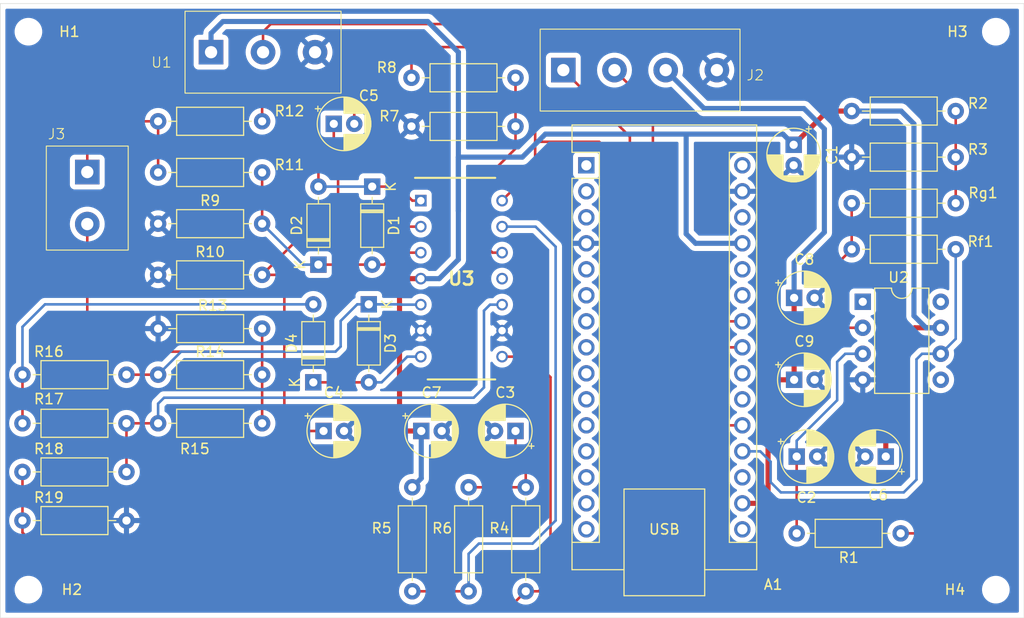
<source format=kicad_pcb>
(kicad_pcb (version 20240108) (generator "pcbnew") (generator_version "8.0")
  (layers (0 "F.Cu" signal) (31 "B.Cu" signal) (34 "B.Paste" user) (35 "F.Paste" user) (36 "B.SilkS" user "B.Silkscreen") (37 "F.SilkS" user "F.Silkscreen") (38 "B.Mask" user) (39 "F.Mask" user) (44 "Edge.Cuts" user))
  (net 0 "")
  (net 1 "/Temp")
  (net 5 "Net-(A1-A5)")
  (net 7 "GND")
  (net 12 "/Humidity")
  (net 16 "+3.3V")
  (net 25 "+5V")
  (net 28 "Net-(A1-A4)")
  (net 29 "/Temperature sensor filter and amplifier/Temp_In")
  (net 33 "Net-(D1-A)")
  (net 34 "Net-(D1-K)")
  (net 35 "/Humidity Amplifier/Humidity_In")
  (net 36 "Net-(D3-K)")
  (net 37 "Net-(D3-A)")
  (net 38 "-5V")
  (net 39 "Net-(J3-Pin_2)")
  (net 40 "Net-(R2-Pad2)")
  (net 41 "Net-(D4-A)")
  (net 42 "Net-(C3-Pad1)")
  (net 43 "Net-(C5-Pad2)")
  (net 45 "Net-(U2-+)")
  (net 46 "Net-(U3A--)")
  (net 47 "Net-(U3D--)")
  (net 48 "Net-(U3D-+)")
  (net 49 "Net-(U3C-+)")
  (net 50 "Net-(U2--)")
  (footprint "Capacitor_THT:CP_Radial_D5.0mm_P2.00mm" (layer "F.Cu") (at 152.544888 116)
    (property "Reference" "C9" (at 1 -3.75 0) (layer "F.SilkS"))
    (property "Value" "100n")
    (pad "1" thru_hole rect (at 0 0) (size 1.6 1.6) (drill 0.8) (layers "*.Cu" "*.Mask") (net 16 "+3.3V"))
    (pad "2" thru_hole circle (at 2 0) (size 1.6 1.6) (drill 0.8) (layers "*.Cu" "*.Mask") (net 7 "GND"))
  )
  (footprint "Capacitor_THT:CP_Radial_D5.0mm_P2.00mm" (layer "F.Cu") (at 161.5 123.5 180)
    (property "Reference" "C6" (at 0.75 -3.75 0) (layer "F.SilkS"))
    (property "Value" "100n")
    (pad "1" thru_hole rect (at 0 0 180) (size 1.6 1.6) (drill 0.8) (layers "*.Cu" "*.Mask") (net 25 "+5V"))
    (pad "2" thru_hole circle (at 2 0 180) (size 1.6 1.6) (drill 0.8) (layers "*.Cu" "*.Mask") (net 7 "GND"))
  )
  (footprint "Resistor_THT:R_Axial_DIN0207_L6.3mm_D2.5mm_P10.16mm_Horizontal" (layer "F.Cu") (at 100.58 95.75 180)
    (property "Reference" "R11" (at -2.67 0.75 0) (layer "F.SilkS"))
    (property "Value" "240")
    (pad "1" thru_hole circle (at 0 0 180) (size 1.6 1.6) (drill 0.8) (layers "*.Cu" "*.Mask") (net 33 "Net-(D1-A)"))
    (pad "2" thru_hole oval (at 10.16 0 180) (size 1.6 1.6) (drill 0.8) (layers "*.Cu" "*.Mask") (net 34 "Net-(D1-K)"))
  )
  (footprint "Resistor_THT:R_Axial_DIN0207_L6.3mm_D2.5mm_P10.16mm_Horizontal" (layer "F.Cu") (at 87.33 125 180)
    (property "Reference" "R18" (at 7.58 2.25 0) (layer "F.SilkS"))
    (property "Value" "1k")
    (pad "1" thru_hole circle (at 0 0 180) (size 1.6 1.6) (drill 0.8) (layers "*.Cu" "*.Mask") (net 49 "Net-(U3C-+)"))
    (pad "2" thru_hole oval (at 10.16 0 180) (size 1.6 1.6) (drill 0.8) (layers "*.Cu" "*.Mask") (net 35 "/Humidity Amplifier/Humidity_In"))
  )
  (footprint "Diode_THT:D_DO-35_SOD27_P7.62mm_Horizontal" (layer "F.Cu") (at 111 108.63 -90)
    (property "Reference" "D3" (at 3.81 -2.12 90) (layer "F.SilkS"))
    (property "Value" "1N4148")
    (fp_text user "K" (at 0 -1.8 90) (layer "F.SilkS"))
    (pad "1" thru_hole rect (at 0 0 270) (size 1.6 1.6) (drill 0.8) (layers "*.Cu" "*.Mask") (net 36 "Net-(D3-K)"))
    (pad "2" thru_hole oval (at 7.62 0 270) (size 1.6 1.6) (drill 0.8) (layers "*.Cu" "*.Mask") (net 37 "Net-(D3-A)"))
  )
  (footprint "Capacitor_THT:CP_Radial_D5.0mm_P2.00mm" (layer "F.Cu") (at 116.124888 121)
    (property "Reference" "C7" (at 1 -3.75 0) (layer "F.SilkS"))
    (property "Value" "100n")
    (pad "1" thru_hole rect (at 0 0) (size 1.6 1.6) (drill 0.8) (layers "*.Cu" "*.Mask") (net 25 "+5V"))
    (pad "2" thru_hole circle (at 2 0) (size 1.6 1.6) (drill 0.8) (layers "*.Cu" "*.Mask") (net 7 "GND"))
  )
  (footprint "Resistor_THT:R_Axial_DIN0207_L6.3mm_D2.5mm_P10.16mm_Horizontal" (layer "F.Cu") (at 168.33 94.25 180)
    (property "Reference" "R3" (at -2.17 0.75 0) (layer "F.SilkS"))
    (property "Value" "270")
    (pad "1" thru_hole circle (at 0 0 180) (size 1.6 1.6) (drill 0.8) (layers "*.Cu" "*.Mask") (net 40 "Net-(R2-Pad2)"))
    (pad "2" thru_hole oval (at 10.16 0 180) (size 1.6 1.6) (drill 0.8) (layers "*.Cu" "*.Mask") (net 7 "GND"))
  )
  (footprint "Resistor_THT:R_Axial_DIN0207_L6.3mm_D2.5mm_P10.16mm_Horizontal" (layer "F.Cu") (at 100.58 115.5 180)
    (property "Reference" "R14" (at 5.08 2.25 0) (layer "F.SilkS"))
    (property "Value" "1k")
    (pad "1" thru_hole circle (at 0 0 180) (size 1.6 1.6) (drill 0.8) (layers "*.Cu" "*.Mask") (net 39 "Net-(J3-Pin_2)"))
    (pad "2" thru_hole oval (at 10.16 0 180) (size 1.6 1.6) (drill 0.8) (layers "*.Cu" "*.Mask") (net 36 "Net-(D3-K)"))
  )
  (footprint "Diode_THT:D_DO-35_SOD27_P7.62mm_Horizontal" (layer "F.Cu") (at 111.33 97.13 -90)
    (property "Reference" "D1" (at 3.81 -2.12 90) (layer "F.SilkS"))
    (property "Value" "1N4148")
    (fp_text user "K" (at 0 -1.8 90) (layer "F.SilkS"))
    (pad "1" thru_hole rect (at 0 0 270) (size 1.6 1.6) (drill 0.8) (layers "*.Cu" "*.Mask") (net 34 "Net-(D1-K)"))
    (pad "2" thru_hole oval (at 7.62 0 270) (size 1.6 1.6) (drill 0.8) (layers "*.Cu" "*.Mask") (net 33 "Net-(D1-A)"))
  )
  (footprint "Resistor_THT:R_Axial_DIN0207_L6.3mm_D2.5mm_P10.16mm_Horizontal" (layer "F.Cu") (at 90.42 105.75)
    (property "Reference" "R10" (at 5.08 -2.25 0) (layer "F.SilkS"))
    (property "Value" "100")
    (pad "1" thru_hole circle (at 0 0) (size 1.6 1.6) (drill 0.8) (layers "*.Cu" "*.Mask") (net 7 "GND"))
    (pad "2" thru_hole oval (at 10.16 0) (size 1.6 1.6) (drill 0.8) (layers "*.Cu" "*.Mask") (net 46 "Net-(U3A--)"))
  )
  (footprint "MountingHole:MountingHole_2.2mm_M2" (layer "F.Cu") (at 172.25 82)
    (property "Reference" "H3" (at -3.75 0 0) (layer "F.SilkS"))
    (property "Value" "MountingHole")
    (pad "" np_thru_hole circle (at 0 0) (size 2.2 2.2) (drill 2.2) (layers "*.Cu" "*.Mask"))
  )
  (footprint "Resistor_THT:R_Axial_DIN0207_L6.3mm_D2.5mm_P10.16mm_Horizontal" (layer "F.Cu") (at 162.955113 131 180)
    (property "Reference" "R1" (at 5.08 -2.37 0) (layer "F.SilkS"))
    (property "Value" "100")
    (pad "1" thru_hole circle (at 0 0 180) (size 1.6 1.6) (drill 0.8) (layers "*.Cu" "*.Mask") (net 29 "/Temperature sensor filter and amplifier/Temp_In"))
    (pad "2" thru_hole oval (at 10.16 0 180) (size 1.6 1.6) (drill 0.8) (layers "*.Cu" "*.Mask") (net 45 "Net-(U2-+)"))
  )
  (footprint "MountingHole:MountingHole_2.2mm_M2" (layer "F.Cu") (at 77.75 136.5)
    (property "Reference" "H2" (at 4.25 0 0) (layer "F.SilkS"))
    (property "Value" "MountingHole")
    (pad "" np_thru_hole circle (at 0 0) (size 2.2 2.2) (drill 2.2) (layers "*.Cu" "*.Mask"))
  )
  (footprint "Package_DIP:DIP-8_W7.62mm" (layer "F.Cu") (at 159.25 108.38)
    (property "Reference" "U2" (at 3.5 -2.38 0) (layer "F.SilkS"))
    (property "Value" "OPA340P")
    (pad "1" thru_hole rect (at 0 0) (size 1.6 1.6) (drill 0.8) (layers "*.Cu" "*.Mask"))
    (pad "2" thru_hole oval (at 0 2.54) (size 1.6 1.6) (drill 0.8) (layers "*.Cu" "*.Mask") (net 50 "Net-(U2--)"))
    (pad "3" thru_hole oval (at 0 5.08) (size 1.6 1.6) (drill 0.8) (layers "*.Cu" "*.Mask") (net 45 "Net-(U2-+)"))
    (pad "4" thru_hole oval (at 0 7.62) (size 1.6 1.6) (drill 0.8) (layers "*.Cu" "*.Mask") (net 7 "GND"))
    (pad "5" thru_hole oval (at 7.62 7.62) (size 1.6 1.6) (drill 0.8) (layers "*.Cu" "*.Mask"))
    (pad "6" thru_hole oval (at 7.62 5.08) (size 1.6 1.6) (drill 0.8) (layers "*.Cu" "*.Mask") (net 1 "/Temp"))
    (pad "7" thru_hole oval (at 7.62 2.54) (size 1.6 1.6) (drill 0.8) (layers "*.Cu" "*.Mask") (net 25 "+5V"))
    (pad "8" thru_hole oval (at 7.62 0) (size 1.6 1.6) (drill 0.8) (layers "*.Cu" "*.Mask"))
  )
  (footprint "SPRO_lib:DIP794W53P254L1930H508Q14N" (layer "F.Cu") (at 120.05 106.12)
    (property "Reference" "U3" (at 0 0 0) (layer "F.SilkS") (effects (font (size 1.27 1.27) (thickness 0.254))))
    (property "Value" "TL074" (hide yes))
    (pad "1" thru_hole rect (at -3.97 -7.62) (size 1.13 1.13) (drill 0.73) (layers "*.Cu" "*.Mask") (net 34 "Net-(D1-K)"))
    (pad "2" thru_hole circle (at -3.97 -5.08) (size 1.13 1.13) (drill 0.73) (layers "*.Cu" "*.Mask") (net 46 "Net-(U3A--)"))
    (pad "3" thru_hole circle (at -3.97 -2.54) (size 1.13 1.13) (drill 0.73) (layers "*.Cu" "*.Mask") (net 33 "Net-(D1-A)"))
    (pad "4" thru_hole circle (at -3.97 0) (size 1.13 1.13) (drill 0.73) (layers "*.Cu" "*.Mask") (net 25 "+5V"))
    (pad "5" thru_hole circle (at -3.97 2.54) (size 1.13 1.13) (drill 0.73) (layers "*.Cu" "*.Mask") (net 36 "Net-(D3-K)"))
    (pad "6" thru_hole circle (at -3.97 5.08) (size 1.13 1.13) (drill 0.73) (layers "*.Cu" "*.Mask") (net 7 "GND"))
    (pad "7" thru_hole circle (at -3.97 7.62) (size 1.13 1.13) (drill 0.73) (layers "*.Cu" "*.Mask") (net 37 "Net-(D3-A)"))
    (pad "8" thru_hole circle (at 3.97 7.62) (size 1.13 1.13) (drill 0.73) (layers "*.Cu" "*.Mask") (net 35 "/Humidity Amplifier/Humidity_In"))
    (pad "9" thru_hole circle (at 3.97 5.08) (size 1.13 1.13) (drill 0.73) (layers "*.Cu" "*.Mask") (net 7 "GND"))
    (pad "10" thru_hole circle (at 3.97 2.54) (size 1.13 1.13) (drill 0.73) (layers "*.Cu" "*.Mask") (net 49 "Net-(U3C-+)"))
    (pad "11" thru_hole circle (at 3.97 0) (size 1.13 1.13) (drill 0.73) (layers "*.Cu" "*.Mask") (net 38 "-5V"))
    (pad "12" thru_hole circle (at 3.97 -2.54) (size 1.13 1.13) (drill 0.73) (layers "*.Cu" "*.Mask") (net 48 "Net-(U3D-+)"))
    (pad "13" thru_hole circle (at 3.97 -5.08) (size 1.13 1.13) (drill 0.73) (layers "*.Cu" "*.Mask") (net 47 "Net-(U3D--)"))
    (pad "14" thru_hole circle (at 3.97 -7.62) (size 1.13 1.13) (drill 0.73) (layers "*.Cu" "*.Mask") (net 12 "/Humidity"))
  )
  (footprint "Diplomna:connector_4p" (layer "F.Cu") (at 140 85.75)
    (property "Reference" "J2" (at 8.75 0.5 0) (layer "F.SilkS") (effects (font (thickness 0.1))))
    (property "Value" "MAX30102")
    (pad "1" thru_hole rect (at -10 0) (size 2.4 2.4) (drill 1.2) (layers "*.Cu" "*.Mask") (net 28 "Net-(A1-A4)"))
    (pad "2" thru_hole circle (at -5 0) (size 2.4 2.4) (drill 1.2) (layers "*.Cu" "*.Mask") (net 5 "Net-(A1-A5)"))
    (pad "3" thru_hole circle (at 0 0) (size 2.4 2.4) (drill 1.2) (layers "*.Cu" "*.Mask") (net 16 "+3.3V"))
    (pad "4" thru_hole circle (at 5 0) (size 2.4 2.4) (drill 1.2) (layers "*.Cu" "*.Mask") (net 7 "GND"))
  )
  (footprint "Resistor_THT:R_Axial_DIN0207_L6.3mm_D2.5mm_P10.16mm_Horizontal" (layer "F.Cu") (at 77.17 129.75)
    (property "Reference" "R19" (at 2.58 -2.25 0) (layer "F.SilkS"))
    (property "Value" "10k")
    (pad "1" thru_hole circle (at 0 0) (size 1.6 1.6) (drill 0.8) (layers "*.Cu" "*.Mask") (net 35 "/Humidity Amplifier/Humidity_In"))
    (pad "2" thru_hole oval (at 10.16 0) (size 1.6 1.6) (drill 0.8) (layers "*.Cu" "*.Mask") (net 7 "GND"))
  )
  (footprint "MountingHole:MountingHole_2.2mm_M2" (layer "F.Cu") (at 77.75 82)
    (property "Reference" "H1" (at 4 0 0) (layer "F.SilkS"))
    (property "Value" "MountingHole")
    (pad "" np_thru_hole circle (at 0 0) (size 2.2 2.2) (drill 2.2) (layers "*.Cu" "*.Mask"))
  )
  (footprint "Diplomna:connector_3p" (layer "F.Cu") (at 100.67 84)
    (property "Reference" "U1" (at -9.92 1 0) (layer "F.SilkS") (effects (font (thickness 0.1))))
    (property "Value" "LM35-LP")
    (pad "1" thru_hole rect (at -5.08 0) (size 2.4 2.4) (drill 1.2) (layers "*.Cu" "*.Mask") (net 25 "+5V"))
    (pad "2" thru_hole circle (at 0 0) (size 2.4 2.4) (drill 1.2) (layers "*.Cu" "*.Mask") (net 29 "/Temperature sensor filter and amplifier/Temp_In"))
    (pad "3" thru_hole circle (at 5.08 0) (size 2.4 2.4) (drill 1.2) (layers "*.Cu" "*.Mask") (net 7 "GND"))
  )
  (footprint "Resistor_THT:R_Axial_DIN0207_L6.3mm_D2.5mm_P10.16mm_Horizontal" (layer "F.Cu") (at 90.42 100.75)
    (property "Reference" "R9" (at 5.08 -2.25 0) (layer "F.SilkS"))
    (property "Value" "100")
    (pad "1" thru_hole circle (at 0 0) (size 1.6 1.6) (drill 0.8) (layers "*.Cu" "*.Mask") (net 7 "GND"))
    (pad "2" thru_hole oval (at 10.16 0) (size 1.6 1.6) (drill 0.8) (layers "*.Cu" "*.Mask") (net 33 "Net-(D1-A)"))
  )
  (footprint "MountingHole:MountingHole_2.2mm_M2" (layer "F.Cu") (at 172.25 136.5)
    (property "Reference" "H4" (at -4 0 0) (layer "F.SilkS"))
    (property "Value" "MountingHole")
    (pad "" np_thru_hole circle (at 0 0) (size 2.2 2.2) (drill 2.2) (layers "*.Cu" "*.Mask"))
  )
  (footprint "Capacitor_THT:CP_Radial_D5.0mm_P2.00mm" (layer "F.Cu") (at 107.58 91)
    (property "Reference" "C5" (at 3.42 -2.75 0) (layer "F.SilkS"))
    (property "Value" "1590n")
    (pad "1" thru_hole rect (at 0 0) (size 1.6 1.6) (drill 0.8) (layers "*.Cu" "*.Mask") (net 46 "Net-(U3A--)"))
    (pad "2" thru_hole circle (at 2 0) (size 1.6 1.6) (drill 0.8) (layers "*.Cu" "*.Mask") (net 43 "Net-(C5-Pad2)"))
  )
  (footprint "Resistor_THT:R_Axial_DIN0207_L6.3mm_D2.5mm_P10.16mm_Horizontal" (layer "F.Cu") (at 77.17 120.25)
    (property "Reference" "R17" (at 2.58 -2.37 0) (layer "F.SilkS"))
    (property "Value" "500")
    (pad "1" thru_hole circle (at 0 0) (size 1.6 1.6) (drill 0.8) (layers "*.Cu" "*.Mask") (net 41 "Net-(D4-A)"))
    (pad "2" thru_hole oval (at 10.16 0) (size 1.6 1.6) (drill 0.8) (layers "*.Cu" "*.Mask") (net 49 "Net-(U3C-+)"))
  )
  (footprint "Resistor_THT:R_Axial_DIN0207_L6.3mm_D2.5mm_P10.16mm_Horizontal" (layer "F.Cu") (at 125.33 86.5 180)
    (property "Reference" "R8" (at 12.58 1 0) (layer "F.SilkS"))
    (property "Value" "33k")
    (pad "1" thru_hole circle (at 0 0 180) (size 1.6 1.6) (drill 0.8) (layers "*.Cu" "*.Mask") (net 48 "Net-(U3D-+)"))
    (pad "2" thru_hole oval (at 10.16 0 180) (size 1.6 1.6) (drill 0.8) (layers "*.Cu" "*.Mask") (net 12 "/Humidity"))
  )
  (footprint "Resistor_THT:R_Axial_DIN0207_L6.3mm_D2.5mm_P10.16mm_Horizontal" (layer "F.Cu") (at 158.17 98.75)
    (property "Reference" "Rg1" (at 12.83 -1 0) (layer "F.SilkS"))
    (property "Value" "10k")
    (pad "1" thru_hole circle (at 0 0) (size 1.6 1.6) (drill 0.8) (layers "*.Cu" "*.Mask") (net 50 "Net-(U2--)"))
    (pad "2" thru_hole oval (at 10.16 0) (size 1.6 1.6) (drill 0.8) (layers "*.Cu" "*.Mask") (net 40 "Net-(R2-Pad2)"))
  )
  (footprint "Capacitor_THT:CP_Radial_D5.0mm_P2.00mm" (layer "F.Cu") (at 106.58 121)
    (property "Reference" "C4" (at 1 -3.75 0) (layer "F.SilkS"))
    (property "Value" "1590n")
    (pad "1" thru_hole rect (at 0 0) (size 1.6 1.6) (drill 0.8) (layers "*.Cu" "*.Mask") (net 46 "Net-(U3A--)"))
    (pad "2" thru_hole circle (at 2 0) (size 1.6 1.6) (drill 0.8) (layers "*.Cu" "*.Mask") (net 7 "GND"))
  )
  (footprint "Capacitor_THT:CP_Radial_D5.0mm_P2.00mm" (layer "F.Cu") (at 125.33 121 180)
    (property "Reference" "C3" (at 1 3.75 0) (layer "F.SilkS"))
    (property "Value" "4.7u")
    (pad "1" thru_hole rect (at 0 0 180) (size 1.6 1.6) (drill 0.8) (layers "*.Cu" "*.Mask") (net 42 "Net-(C3-Pad1)"))
    (pad "2" thru_hole circle (at 2 0 180) (size 1.6 1.6) (drill 0.8) (layers "*.Cu" "*.Mask") (net 7 "GND"))
  )
  (footprint "Capacitor_THT:CP_Radial_D5.0mm_P2.00mm" (layer "F.Cu") (at 152.544888 108)
    (property "Reference" "C8" (at 1 -3.75 0) (layer "F.SilkS"))
    (property "Value" "4.7µF")
    (pad "1" thru_hole rect (at 0 0) (size 1.6 1.6) (drill 0.8) (layers "*.Cu" "*.Mask") (net 16 "+3.3V"))
    (pad "2" thru_hole circle (at 2 0) (size 1.6 1.6) (drill 0.8) (layers "*.Cu" "*.Mask") (net 7 "GND"))
  )
  (footprint "Resistor_THT:R_Axial_DIN0207_L6.3mm_D2.5mm_P10.16mm_Horizontal" (layer "F.Cu") (at 158.17 89.75)
    (property "Reference" "R2" (at 12.33 -0.75 0) (layer "F.SilkS"))
    (property "Value" "10k")
    (pad "1" thru_hole circle (at 0 0) (size 1.6 1.6) (drill 0.8) (layers "*.Cu" "*.Mask") (net 25 "+5V"))
    (pad "2" thru_hole oval (at 10.16 0) (size 1.6 1.6) (drill 0.8) (layers "*.Cu" "*.Mask") (net 40 "Net-(R2-Pad2)"))
  )
  (footprint "Resistor_THT:R_Axial_DIN0207_L6.3mm_D2.5mm_P10.16mm_Horizontal" (layer "F.Cu") (at 126.33 136.66 90)
    (property "Reference" "R4" (at 6.16 -2.58 180) (layer "F.SilkS"))
    (property "Value" "3.3")
    (pad "1" thru_hole circle (at 0 0 90) (size 1.6 1.6) (drill 0.8) (layers "*.Cu" "*.Mask") (net 35 "/Humidity Amplifier/Humidity_In"))
    (pad "2" thru_hole oval (at 10.16 0 90) (size 1.6 1.6) (drill 0.8) (layers "*.Cu" "*.Mask") (net 42 "Net-(C3-Pad1)"))
  )
  (footprint "Resistor_THT:R_Axial_DIN0207_L6.3mm_D2.5mm_P10.16mm_Horizontal" (layer "F.Cu") (at 100.58 120.25 180)
    (property "Reference" "R15" (at 6.58 -2.5 0) (layer "F.SilkS"))
    (property "Value" "1k")
    (pad "1" thru_hole circle (at 0 0 180) (size 1.6 1.6) (drill 0.8) (layers "*.Cu" "*.Mask") (net 39 "Net-(J3-Pin_2)"))
    (pad "2" thru_hole oval (at 10.16 0 180) (size 1.6 1.6) (drill 0.8) (layers "*.Cu" "*.Mask") (net 49 "Net-(U3C-+)"))
  )
  (footprint "Module:Arduino_Nano" (layer "F.Cu") (at 132.25 95.05)
    (property "Reference" "A1" (at 18.25 40.95 0) (layer "F.SilkS"))
    (property "Value" "Arduino_Nano_v3.x")
    (fp_text user "USB" (at 7.62 35.56 0) (layer "F.SilkS"))
    (pad "1" thru_hole rect (at 0 0) (size 1.6 1.6) (drill 1) (layers "*.Cu" "*.Mask"))
    (pad "2" thru_hole oval (at 0 2.54) (size 1.6 1.6) (drill 1) (layers "*.Cu" "*.Mask"))
    (pad "3" thru_hole oval (at 0 5.08) (size 1.6 1.6) (drill 1) (layers "*.Cu" "*.Mask"))
    (pad "4" thru_hole oval (at 0 7.62) (size 1.6 1.6) (drill 1) (layers "*.Cu" "*.Mask") (net 7 "GND"))
    (pad "5" thru_hole oval (at 0 10.16) (size 1.6 1.6) (drill 1) (layers "*.Cu" "*.Mask"))
    (pad "6" thru_hole oval (at 0 12.7) (size 1.6 1.6) (drill 1) (layers "*.Cu" "*.Mask"))
    (pad "7" thru_hole oval (at 0 15.24) (size 1.6 1.6) (drill 1) (layers "*.Cu" "*.Mask"))
    (pad "8" thru_hole oval (at 0 17.78) (size 1.6 1.6) (drill 1) (layers "*.Cu" "*.Mask"))
    (pad "9" thru_hole oval (at 0 20.32) (size 1.6 1.6) (drill 1) (layers "*.Cu" "*.Mask"))
    (pad "10" thru_hole oval (at 0 22.86) (size 1.6 1.6) (drill 1) (layers "*.Cu" "*.Mask"))
    (pad "11" thru_hole oval (at 0 25.4) (size 1.6 1.6) (drill 1) (layers "*.Cu" "*.Mask"))
    (pad "12" thru_hole oval (at 0 27.94) (size 1.6 1.6) (drill 1) (layers "*.Cu" "*.Mask"))
    (pad "13" thru_hole oval (at 0 30.48) (size 1.6 1.6) (drill 1) (layers "*.Cu" "*.Mask"))
    (pad "14" thru_hole oval (at 0 33.02) (size 1.6 1.6) (drill 1) (layers "*.Cu" "*.Mask"))
    (pad "15" thru_hole oval (at 0 35.56) (size 1.6 1.6) (drill 1) (layers "*.Cu" "*.Mask"))
    (pad "16" thru_hole oval (at 15.24 35.56) (size 1.6 1.6) (drill 1) (layers "*.Cu" "*.Mask"))
    (pad "17" thru_hole oval (at 15.24 33.02) (size 1.6 1.6) (drill 1) (layers "*.Cu" "*.Mask") (net 16 "+3.3V"))
    (pad "18" thru_hole oval (at 15.24 30.48) (size 1.6 1.6) (drill 1) (layers "*.Cu" "*.Mask"))
    (pad "19" thru_hole oval (at 15.24 27.94) (size 1.6 1.6) (drill 1) (layers "*.Cu" "*.Mask") (net 1 "/Temp"))
    (pad "20" thru_hole oval (at 15.24 25.4) (size 1.6 1.6) (drill 1) (layers "*.Cu" "*.Mask") (net 12 "/Humidity"))
    (pad "21" thru_hole oval (at 15.24 22.86) (size 1.6 1.6) (drill 1) (layers "*.Cu" "*.Mask"))
    (pad "22" thru_hole oval (at 15.24 20.32) (size 1.6 1.6) (drill 1) (layers "*.Cu" "*.Mask"))
    (pad "23" thru_hole oval (at 15.24 17.78) (size 1.6 1.6) (drill 1) (layers "*.Cu" "*.Mask") (net 28 "Net-(A1-A4)"))
    (pad "24" thru_hole oval (at 15.24 15.24) (size 1.6 1.6) (drill 1) (layers "*.Cu" "*.Mask") (net 5 "Net-(A1-A5)"))
    (pad "25" thru_hole oval (at 15.24 12.7) (size 1.6 1.6) (drill 1) (layers "*.Cu" "*.Mask"))
    (pad "26" thru_hole oval (at 15.24 10.16) (size 1.6 1.6) (drill 1) (layers "*.Cu" "*.Mask"))
    (pad "27" thru_hole oval (at 15.24 7.62) (size 1.6 1.6) (drill 1) (layers "*.Cu" "*.Mask") (net 25 "+5V"))
    (pad "28" thru_hole oval (at 15.24 5.08) (size 1.6 1.6) (drill 1) (layers "*.Cu" "*.Mask"))
    (pad "29" thru_hole oval (at 15.24 2.54) (size 1.6 1.6) (drill 1) (layers "*.Cu" "*.Mask") (net 7 "GND"))
    (pad "30" thru_hole oval (at 15.24 0) (size 1.6 1.6) (drill 1) (layers "*.Cu" "*.Mask"))
  )
  (footprint "Capacitor_THT:CP_Radial_D5.0mm_P2.00mm" (layer "F.Cu") (at 152.5 93.044888 -90)
    (property "Reference" "C1" (at 1 -3.75 90) (layer "F.SilkS"))
    (property "Value" "4.7µF")
    (pad "1" thru_hole rect (at 0 0 270) (size 1.6 1.6) (drill 0.8) (layers "*.Cu" "*.Mask") (net 25 "+5V"))
    (pad "2" thru_hole circle (at 2 0 270) (size 1.6 1.6) (drill 0.8) (layers "*.Cu" "*.Mask") (net 7 "GND"))
  )
  (footprint "Resistor_THT:R_Axial_DIN0207_L6.3mm_D2.5mm_P10.16mm_Horizontal" (layer "F.Cu") (at 115.17 91.25)
    (property "Reference" "R7" (at -2.17 -1 0) (layer "F.SilkS"))
    (property "Value" "10k")
    (pad "1" thru_hole circle (at 0 0) (size 1.6 1.6) (drill 0.8) (layers "*.Cu" "*.Mask") (net 7 "GND"))
    (pad "2" thru_hole oval (at 10.16 0) (size 1.6 1.6) (drill 0.8) (layers "*.Cu" "*.Mask") (net 48 "Net-(U3D-+)"))
  )
  (footprint "Resistor_THT:R_Axial_DIN0207_L6.3mm_D2.5mm_P10.16mm_Horizontal" (layer "F.Cu") (at 87.33 115.5 180)
    (property "Reference" "R16" (at 7.58 2.25 0) (layer "F.SilkS"))
    (property "Value" "1k")
    (pad "1" thru_hole circle (at 0 0 180) (size 1.6 1.6) (drill 0.8) (layers "*.Cu" "*.Mask") (net 36 "Net-(D3-K)"))
    (pad "2" thru_hole oval (at 10.16 0 180) (size 1.6 1.6) (drill 0.8) (layers "*.Cu" "*.Mask") (net 41 "Net-(D4-A)"))
  )
  (footprint "Diode_THT:D_DO-35_SOD27_P7.62mm_Horizontal" (layer "F.Cu") (at 105.58 116.25 90)
    (property "Reference" "D4" (at 3.81 -2.12 90) (layer "F.SilkS"))
    (property "Value" "1N4148")
    (fp_text user "K" (at 0 -1.8 90) (layer "F.SilkS"))
    (pad "1" thru_hole rect (at 0 0 90) (size 1.6 1.6) (drill 0.8) (layers "*.Cu" "*.Mask") (net 37 "Net-(D3-A)"))
    (pad "2" thru_hole oval (at 7.62 0 90) (size 1.6 1.6) (drill 0.8) (layers "*.Cu" "*.Mask") (net 41 "Net-(D4-A)"))
  )
  (footprint "Resistor_THT:R_Axial_DIN0207_L6.3mm_D2.5mm_P10.16mm_Horizontal" (layer "F.Cu") (at 120.75 126.5 -90)
    (property "Reference" "R6" (at 4 2.58 180) (layer "F.SilkS"))
    (property "Value" "1k")
    (pad "1" thru_hole circle (at 0 0 270) (size 1.6 1.6) (drill 0.8) (layers "*.Cu" "*.Mask") (net 42 "Net-(C3-Pad1)"))
    (pad "2" thru_hole oval (at 10.16 0 270) (size 1.6 1.6) (drill 0.8) (layers "*.Cu" "*.Mask") (net 47 "Net-(U3D--)"))
  )
  (footprint "Diplomna:connector_2p" (layer "F.Cu") (at 83.5 98.25 -90)
    (property "Reference" "J3" (at -6.25 3 0) (layer "F.SilkS") (effects (font (thickness 0.1))))
    (property "Value" "Humidity sensor")
    (pad "1" thru_hole rect (at -2.54 0 270) (size 2.4 2.4) (drill 1.2) (layers "*.Cu" "*.Mask") (net 34 "Net-(D1-K)"))
    (pad "2" thru_hole circle (at 2.54 0 270) (size 2.4 2.4) (drill 1.2) (layers "*.Cu" "*.Mask") (net 39 "Net-(J3-Pin_2)"))
  )
  (footprint "Resistor_THT:R_Axial_DIN0207_L6.3mm_D2.5mm_P10.16mm_Horizontal" (layer "F.Cu") (at 100.58 90.75 180)
    (property "Reference" "R12" (at -2.67 1 0) (layer "F.SilkS"))
    (property "Value" "100")
    (pad "1" thru_hole circle (at 0 0 180) (size 1.6 1.6) (drill 0.8) (layers "*.Cu" "*.Mask") (net 43 "Net-(C5-Pad2)"))
    (pad "2" thru_hole oval (at 10.16 0 180) (size 1.6 1.6) (drill 0.8) (layers "*.Cu" "*.Mask") (net 34 "Net-(D1-K)"))
  )
  (footprint "Diode_THT:D_DO-35_SOD27_P7.62mm_Horizontal" (layer "F.Cu") (at 106.08 104.75 90)
    (property "Reference" "D2" (at 3.81 -2.12 90) (layer "F.SilkS"))
    (property "Value" "1N4148")
    (fp_text user "K" (at 0 -1.8 90) (layer "F.SilkS"))
    (pad "1" thru_hole rect (at 0 0 90) (size 1.6 1.6) (drill 0.8) (layers "*.Cu" "*.Mask") (net 33 "Net-(D1-A)"))
    (pad "2" thru_hole oval (at 7.62 0 90) (size 1.6 1.6) (drill 0.8) (layers "*.Cu" "*.Mask") (net 34 "Net-(D1-K)"))
  )
  (footprint "Resistor_THT:R_Axial_DIN0207_L6.3mm_D2.5mm_P10.16mm_Horizontal" (layer "F.Cu") (at 100.58 111 180)
    (property "Reference" "R13" (at 4.83 2.25 0) (layer "F.SilkS"))
    (property "Value" "47k")
    (pad "1" thru_hole circle (at 0 0 180) (size 1.6 1.6) (drill 0.8) (layers "*.Cu" "*.Mask") (net 39 "Net-(J3-Pin_2)"))
    (pad "2" thru_hole oval (at 10.16 0 180) (size 1.6 1.6) (drill 0.8) (layers "*.Cu" "*.Mask") (net 7 "GND"))
  )
  (footprint "Resistor_THT:R_Axial_DIN0207_L6.3mm_D2.5mm_P10.16mm_Horizontal" (layer "F.Cu") (at 158.17 103.25)
    (property "Reference" "Rf1" (at 12.58 -0.75 0) (layer "F.SilkS"))
    (property "Value" "150k")
    (pad "1" thru_hole circle (at 0 0) (size 1.6 1.6) (drill 0.8) (layers "*.Cu" "*.Mask") (net 50 "Net-(U2--)"))
    (pad "2" thru_hole oval (at 10.16 0) (size 1.6 1.6) (drill 0.8) (layers "*.Cu" "*.Mask") (net 1 "/Temp"))
  )
  (footprint "Capacitor_THT:CP_Radial_D5.0mm_P2.00mm" (layer "F.Cu") (at 152.794888 123.5)
    (property "Reference" "C2" (at 0.955112 4 0) (layer "F.SilkS"))
    (property "Value" "2.2u")
    (pad "1" thru_hole rect (at 0 0) (size 1.6 1.6) (drill 0.8) (layers "*.Cu" "*.Mask") (net 45 "Net-(U2-+)"))
    (pad "2" thru_hole circle (at 2 0) (size 1.6 1.6) (drill 0.8) (layers "*.Cu" "*.Mask") (net 7 "GND"))
  )
  (footprint "Resistor_THT:R_Axial_DIN0207_L6.3mm_D2.5mm_P10.16mm_Horizontal" (layer "F.Cu") (at 115.25 126.5 -90)
    (property "Reference" "R5" (at 4 3 180) (layer "F.SilkS"))
    (property "Value" "91k")
    (pad "1" thru_hole circle (at 0 0 270) (size 1.6 1.6) (drill 0.8) (layers "*.Cu" "*.Mask") (net 25 "+5V"))
    (pad "2" thru_hole oval (at 10.16 0 270) (size 1.6 1.6) (drill 0.8) (layers "*.Cu" "*.Mask") (net 47 "Net-(U3D--)"))
  )
  (gr_rect (start 75 79.25) (end 175 139.25) (stroke (width 0.05)) (fill none) (layer "Edge.Cuts"))
  (segment (start 149.24 122.99) (end 150.25 124) (width 0.25) (layer "B.Cu") (net 1))
  (segment (start 168.33 112) (end 166.87 113.46) (width 0.25) (layer "B.Cu") (net 1))
  (segment (start 150.25 126) (end 151.25 127) (width 0.25) (layer "B.Cu") (net 1))
  (segment (start 164.5 114) (end 165.04 113.46) (width 0.25) (layer "B.Cu") (net 1))
  (segment (start 147.49 122.99) (end 149.24 122.99) (width 0.25) (layer "B.Cu") (net 1))
  (segment (start 150.25 124) (end 150.25 126) (width 0.25) (layer "B.Cu") (net 1))
  (segment (start 151.25 127) (end 163.25 127) (width 0.25) (layer "B.Cu") (net 1))
  (segment (start 163.25 127) (end 164.5 125.75) (width 0.25) (layer "B.Cu") (net 1))
  (segment (start 164.5 125.75) (end 164.5 114) (width 0.25) (layer "B.Cu") (net 1))
  (segment (start 168.33 103.25) (end 168.33 112) (width 0.25) (layer "B.Cu") (net 1))
  (segment (start 165.04 113.46) (end 166.87 113.46) (width 0.25) (layer "B.Cu") (net 1))
  (segment (start 140.54 110.29) (end 138.75 108.5) (width 0.25) (layer "F.Cu") (net 5))
  (segment (start 138.75 108.5) (end 138.75 89.5) (width 0.25) (layer "F.Cu") (net 5))
  (segment (start 147.49 110.29) (end 140.54 110.29) (width 0.25) (layer "F.Cu") (net 5))
  (segment (start 138.75 89.5) (end 135 85.75) (width 0.25) (layer "F.Cu") (net 5))
  (segment (start 127.25 85.75) (end 127.25 92.75) (width 0.25) (layer "F.Cu") (net 12))
  (segment (start 115.17 86.5) (end 115.17 84.58) (width 0.25) (layer "F.Cu") (net 12))
  (segment (start 127.25 95.25) (end 127.25 92.75) (width 0.25) (layer "F.Cu") (net 12))
  (segment (start 116.25 83.5) (end 125 83.5) (width 0.25) (layer "F.Cu") (net 12))
  (segment (start 125 83.5) (end 127.25 85.75) (width 0.25) (layer "F.Cu") (net 12))
  (segment (start 133.5 92.75) (end 134.5 93.75) (width 0.25) (layer "F.Cu") (net 12))
  (segment (start 124.02 98.48) (end 127.25 95.25) (width 0.25) (layer "F.Cu") (net 12))
  (segment (start 134.5 119.75) (end 135.2 120.45) (width 0.25) (layer "F.Cu") (net 12))
  (segment (start 128.75 92.75) (end 133.5 92.75) (width 0.25) (layer "F.Cu") (net 12))
  (segment (start 134.5 93.75) (end 134.5 119.75) (width 0.25) (layer "F.Cu") (net 12))
  (segment (start 115.17 84.58) (end 116.25 83.5) (width 0.25) (layer "F.Cu") (net 12))
  (segment (start 135.2 120.45) (end 147.49 120.45) (width 0.25) (layer "F.Cu") (net 12))
  (segment (start 127.25 92.75) (end 128.75 92.75) (width 0.25) (layer "F.Cu") (net 12))
  (segment (start 124.02 98.5) (end 124.02 98.48) (width 0.25) (layer "B.Cu") (net 12))
  (segment (start 151 116) (end 152.544888 116) (width 0.5) (layer "F.Cu") (net 16))
  (segment (start 149.18 128.07) (end 150 127.25) (width 0.5) (layer "F.Cu") (net 16))
  (segment (start 152.544888 116) (end 152.544888 108) (width 0.5) (layer "F.Cu") (net 16))
  (segment (start 147.49 128.07) (end 149.18 128.07) (width 0.5) (layer "F.Cu") (net 16))
  (segment (start 150 127.25) (end 150 117) (width 0.5) (layer "F.Cu") (net 16))
  (segment (start 150 117) (end 151 116) (width 0.5) (layer "F.Cu") (net 16))
  (segment (start 153.5 89.5) (end 143.75 89.5) (width 0.5) (layer "B.Cu") (net 16))
  (segment (start 143.75 89.5) (end 140 85.75) (width 0.5) (layer "B.Cu") (net 16))
  (segment (start 152.544888 104.544888) (end 155.5 101.589776) (width 0.5) (layer "B.Cu") (net 16))
  (segment (start 155.5 101.589776) (end 155.5 91.5) (width 0.5) (layer "B.Cu") (net 16))
  (segment (start 155.5 91.5) (end 153.5 89.5) (width 0.5) (layer "B.Cu") (net 16))
  (segment (start 152.544888 108) (end 152.544888 104.544888) (width 0.5) (layer "B.Cu") (net 16))
  (segment (start 161.5 123.5) (end 161.5 121.75) (width 0.5) (layer "F.Cu") (net 25))
  (segment (start 152.5 93.044888) (end 155.794888 89.75) (width 0.5) (layer "F.Cu") (net 25))
  (segment (start 162.75 112.5) (end 164.33 110.92) (width 0.5) (layer "F.Cu") (net 25))
  (segment (start 162.75 120.5) (end 162.75 112.5) (width 0.5) (layer "F.Cu") (net 25))
  (segment (start 116.08 106.12) (end 114.38 106.12) (width 0.5) (layer "F.Cu") (net 25))
  (segment (start 114 106.5) (end 114 120.5) (width 0.5) (layer "F.Cu") (net 25))
  (segment (start 164.33 110.92) (end 166.87 110.92) (width 0.5) (layer "F.Cu") (net 25))
  (segment (start 114 120.5) (end 114.5 121) (width 0.5) (layer "F.Cu") (net 25))
  (segment (start 155.794888 89.75) (end 158.17 89.75) (width 0.5) (layer "F.Cu") (net 25))
  (segment (start 114.5 121) (end 116.124888 121) (width 0.5) (layer "F.Cu") (net 25))
  (segment (start 161.5 121.75) (end 162.75 120.5) (width 0.5) (layer "F.Cu") (net 25))
  (segment (start 114.38 106.12) (end 114 106.5) (width 0.5) (layer "F.Cu") (net 25))
  (segment (start 166.87 110.92) (end 165.42 110.92) (width 0.5) (layer "B.Cu") (net 25))
  (segment (start 152.5 93.044888) (end 151.455112 92) (width 0.5) (layer "B.Cu") (net 25))
  (segment (start 151.455112 92) (end 128.25 92) (width 0.5) (layer "B.Cu") (net 25))
  (segment (start 119.75 104.25) (end 117.88 106.12) (width 0.5) (layer "B.Cu") (net 25))
  (segment (start 164.25 91) (end 163 89.75) (width 0.5) (layer "B.Cu") (net 25))
  (segment (start 164.25 109.75) (end 164.25 91) (width 0.5) (layer "B.Cu") (net 25))
  (segment (start 95.59 82.16) (end 95.59 84) (width 0.5) (layer "B.Cu") (net 25))
  (segment (start 128.25 92) (end 126 94.25) (width 0.5) (layer "B.Cu") (net 25))
  (segment (start 96.75 81) (end 95.59 82.16) (width 0.5) (layer "B.Cu") (net 25))
  (segment (start 117.88 106.12) (end 116.08 106.12) (width 0.5) (layer "B.Cu") (net 25))
  (segment (start 119.75 99.5) (end 119.75 84) (width 0.5) (layer "B.Cu") (net 25))
  (segment (start 147.49 102.67) (end 142.92 102.67) (width 0.5) (layer "B.Cu") (net 25))
  (segment (start 116.75 81) (end 96.75 81) (width 0.5) (layer "B.Cu") (net 25))
  (segment (start 126 94.25) (end 119.75 94.25) (width 0.5) (layer "B.Cu") (net 25))
  (segment (start 116.124888 125.625112) (end 115.25 126.5) (width 0.5) (layer "B.Cu") (net 25))
  (segment (start 142.92 102.67) (end 142 101.75) (width 0.5) (layer "B.Cu") (net 25))
  (segment (start 142 101.75) (end 142 92.25) (width 0.5) (layer "B.Cu") (net 25))
  (segment (start 119.75 84) (end 116.75 81) (width 0.5) (layer "B.Cu") (net 25))
  (segment (start 165.42 110.92) (end 164.25 109.75) (width 0.5) (layer "B.Cu") (net 25))
  (segment (start 116.124888 121) (end 116.124888 125.625112) (width 0.5) (layer "B.Cu") (net 25))
  (segment (start 119.75 94.25) (end 119.75 99.5) (width 0.5) (layer "B.Cu") (net 25))
  (segment (start 119.75 99.5) (end 119.75 104.25) (width 0.5) (layer "B.Cu") (net 25))
  (segment (start 163 89.75) (end 158.17 89.75) (width 0.5) (layer "B.Cu") (net 25))
  (segment (start 147.49 112.83) (end 137.58 112.83) (width 0.25) (layer "F.Cu") (net 28))
  (segment (start 136.5 111.75) (end 136.5 92.25) (width 0.25) (layer "F.Cu") (net 28))
  (segment (start 137.58 112.83) (end 136.5 111.75) (width 0.25) (layer "F.Cu") (net 28))
  (segment (start 136.5 92.25) (end 130 85.75) (width 0.25) (layer "F.Cu") (net 28))
  (segment (start 164.75 81.25) (end 172.25 88.75) (width 0.25) (layer "F.Cu") (net 29))
  (segment (start 172.25 88.75) (end 172.25 125.75) (width 0.25) (layer "F.Cu") (net 29))
  (segment (start 100.67 84) (end 100.67 82) (width 0.25) (layer "F.Cu") (net 29))
  (segment (start 101.42 81.25) (end 164.75 81.25) (width 0.25) (layer "F.Cu") (net 29))
  (segment (start 167 131) (end 162.955113 131) (width 0.25) (layer "F.Cu") (net 29))
  (segment (start 100.67 82) (end 101.42 81.25) (width 0.25) (layer "F.Cu") (net 29))
  (segment (start 172.25 125.75) (end 167 131) (width 0.25) (layer "F.Cu") (net 29))
  (segment (start 112.5 104.75) (end 111.33 104.75) (width 0.25) (layer "F.Cu") (net 33))
  (segment (start 100.58 100.75) (end 100.58 95.75) (width 0.25) (layer "F.Cu") (net 33))
  (segment (start 116.08 103.58) (end 113.67 103.58) (width 0.25) (layer "F.Cu") (net 33))
  (segment (start 111.33 104.75) (end 106.08 104.75) (width 0.25) (layer "F.Cu") (net 33))
  (segment (start 113.67 103.58) (end 112.5 104.75) (width 0.25) (layer "F.Cu") (net 33))
  (segment (start 100.58 100.75) (end 104.58 104.75) (width 0.25) (layer "B.Cu") (net 33))
  (segment (start 104.58 104.75) (end 106.08 104.75) (width 0.25) (layer "B.Cu") (net 33))
  (segment (start 83.5 93.75) (end 86.5 90.75) (width 0.25) (layer "F.Cu") (net 34))
  (segment (start 83.5 95.71) (end 83.5 93.75) (width 0.25) (layer "F.Cu") (net 34))
  (segment (start 115.25 98.5) (end 116.08 98.5) (width 0.25) (layer "F.Cu") (net 34))
  (segment (start 106.08 97.13) (end 106.08 95.33) (width 0.25) (layer "F.Cu") (net 34))
  (segment (start 90.42 93.25) (end 90.42 90.75) (width 0.25) (layer "F.Cu") (net 34))
  (segment (start 111.33 97.13) (end 113.88 97.13) (width 0.25) (layer "F.Cu") (net 34))
  (segment (start 86.5 90.75) (end 90.42 90.75) (width 0.25) (layer "F.Cu") (net 34))
  (segment (start 106.08 95.33) (end 104 93.25) (width 0.25) (layer "F.Cu") (net 34))
  (segment (start 104 93.25) (end 90.42 93.25) (width 0.25) (layer "F.Cu") (net 34))
  (segment (start 113.88 97.13) (end 115.25 98.5) (width 0.25) (layer "F.Cu") (net 34))
  (segment (start 90.42 95.75) (end 90.42 93.25) (width 0.25) (layer "F.Cu") (net 34))
  (segment (start 106.08 97.13) (end 111.33 97.13) (width 0.25) (layer "B.Cu") (net 34))
  (segment (start 124.5 138.5) (end 112 138.5) (width 0.25) (layer "F.Cu") (net 35))
  (segment (start 112 138.5) (end 106.5 133) (width 0.25) (layer "F.Cu") (net 35))
  (segment (start 77.17 130.92) (end 77.17 125) (width 0.25) (layer "F.Cu") (net 35))
  (segment (start 124.75 138.24) (end 124.75 138.25) (width 0.25) (layer "F.Cu") (net 35))
  (segment (start 126.33 136.66) (end 124.75 138.24) (width 0.25) (layer "F.Cu") (net 35))
  (segment (start 124.75 138.25) (end 124.5 138.5) (width 0.25) (layer "F.Cu") (net 35))
  (segment (start 79.25 133) (end 77.17 130.92) (width 0.25) (layer "F.Cu") (net 35))
  (segment (start 128.75 115.75) (end 126.74 113.74) (width 0.25) (layer "F.Cu") (net 35))
  (segment (start 128.75 135.5) (end 128.75 115.75) (width 0.25) (layer "F.Cu") (net 35))
  (segment (start 127.59 136.66) (end 128.75 135.5) (width 0.25) (layer "F.Cu") (net 35))
  (segment (start 126.74 113.74) (end 124.02 113.74) (width 0.25) (layer "F.Cu") (net 35))
  (segment (start 126.33 136.66) (end 127.59 136.66) (width 0.25) (layer "F.Cu") (net 35))
  (segment (start 106.5 133) (end 79.25 133) (width 0.25) (layer "F.Cu") (net 35))
  (segment (start 87.33 115.5) (end 90.42 115.5) (width 0.25) (layer "F.Cu") (net 36))
  (segment (start 109.87 108.63) (end 111 108.63) (width 0.25) (layer "B.Cu") (net 36))
  (segment (start 92.67 113.25) (end 107.75 113.25) (width 0.25) (layer "B.Cu") (net 36))
  (segment (start 107.75 113.25) (end 108.25 112.75) (width 0.25) (layer "B.Cu") (net 36))
  (segment (start 114.13 108.63) (end 114.16 108.66) (width 0.25) (layer "B.Cu") (net 36))
  (segment (start 111 108.63) (end 114.13 108.63) (width 0.25) (layer "B.Cu") (net 36))
  (segment (start 108.25 110.25) (end 109.87 108.63) (width 0.25) (layer "B.Cu") (net 36))
  (segment (start 108.25 112.75) (end 108.25 110.25) (width 0.25) (layer "B.Cu") (net 36))
  (segment (start 116.08 108.66) (end 114.16 108.66) (width 0.25) (layer "B.Cu") (net 36))
  (segment (start 90.42 115.5) (end 92.67 113.25) (width 0.25) (layer "B.Cu") (net 36))
  (segment (start 111 116.25) (end 105.58 116.25) (width 0.25) (layer "F.Cu") (net 37))
  (segment (start 111 116.25) (end 112.25 116.25) (width 0.25) (layer "B.Cu") (net 37))
  (segment (start 112.25 116.25) (end 114.76 113.74) (width 0.25) (layer "B.Cu") (net 37))
  (segment (start 116.08 113.74) (end 114.76 113.74) (width 0.25) (layer "B.Cu") (net 37))
  (segment (start 86.25 113.25) (end 100.58 113.25) (width 0.25) (layer "F.Cu") (net 39))
  (segment (start 83.5 110.5) (end 86.25 113.25) (width 0.25) (layer "F.Cu") (net 39))
  (segment (start 100.58 115.5) (end 100.58 113.25) (width 0.25) (layer "F.Cu") (net 39))
  (segment (start 100.58 113.25) (end 100.58 111) (width 0.25) (layer "F.Cu") (net 39))
  (segment (start 100.58 120.25) (end 100.58 115.5) (width 0.25) (layer "F.Cu") (net 39))
  (segment (start 83.5 100.79) (end 83.5 110.5) (width 0.25) (layer "F.Cu") (net 39))
  (segment (start 168.33 89.75) (end 168.33 94.25) (width 0.25) (layer "F.Cu") (net 40))
  (segment (start 168.33 94.25) (end 168.33 98.75) (width 0.25) (layer "F.Cu") (net 40))
  (segment (start 77.17 120.25) (end 77.17 115.5) (width 0.25) (layer "F.Cu") (net 41))
  (segment (start 79.37 108.63) (end 105.58 108.63) (width 0.25) (layer "B.Cu") (net 41))
  (segment (start 77.17 115.5) (end 77.17 110.83) (width 0.25) (layer "B.Cu") (net 41))
  (segment (start 77.17 110.83) (end 79.37 108.63) (width 0.25) (layer "B.Cu") (net 41))
  (segment (start 125.33 122.83) (end 126.33 123.83) (width 0.25) (layer "F.Cu") (net 42))
  (segment (start 125.33 121) (end 125.33 122.83) (width 0.25) (layer "F.Cu") (net 42))
  (segment (start 126.33 123.83) (end 126.33 126.5) (width 0.25) (layer "F.Cu") (net 42))
  (segment (start 120.75 126.5) (end 126.33 126.5) (width 0.25) (layer "F.Cu") (net 42))
  (segment (start 100.58 90.75) (end 100.58 88.42) (width 0.25) (layer "F.Cu") (net 43))
  (segment (start 100.58 88.42) (end 101.5 87.5) (width 0.25) (layer "F.Cu") (net 43))
  (segment (start 101.5 87.5) (end 109 87.5) (width 0.25) (layer "F.Cu") (net 43))
  (segment (start 109.58 88.08) (end 109.58 91) (width 0.25) (layer "F.Cu") (net 43))
  (segment (start 109 87.5) (end 109.58 88.08) (width 0.25) (layer "F.Cu") (net 43))
  (segment (start 152.795113 131) (end 152.795113 123.500225) (width 0.25) (layer "F.Cu") (net 45))
  (segment (start 152.795113 123.500225) (end 152.794888 123.5) (width 0.25) (layer "F.Cu") (net 45))
  (segment (start 156.75 118) (end 156.75 114.25) (width 0.25) (layer "B.Cu") (net 45))
  (segment (start 152.794888 123.5) (end 152.794888 121.955112) (width 0.25) (layer "B.Cu") (net 45))
  (segment (start 156.75 114.25) (end 157.54 113.46) (width 0.25) (layer "B.Cu") (net 45))
  (segment (start 152.794888 121.955112) (end 156.75 118) (width 0.25) (layer "B.Cu") (net 45))
  (segment (start 157.54 113.46) (end 159.25 113.46) (width 0.25) (layer "B.Cu") (net 45))
  (segment (start 108 101.04) (end 105.29 101.04) (width 0.25) (layer "F.Cu") (net 46))
  (segment (start 103.75 121) (end 106.58 121) (width 0.25) (layer "F.Cu") (net 46))
  (segment (start 102.75 106.25) (end 102.75 120) (width 0.25) (layer "F.Cu") (net 46))
  (segment (start 107.58 95.08) (end 108 95.5) (width 0.25) (layer "F.Cu") (net 46))
  (segment (start 100.58 105.75) (end 102.25 105.75) (width 0.25) (layer "F.Cu") (net 46))
  (segment (start 108 95.5) (end 108 101.04) (width 0.25) (layer "F.Cu") (net 46))
  (segment (start 102.25 105.75) (end 102.75 106.25) (width 0.25) (layer "F.Cu") (net 46))
  (segment (start 107.58 91) (end 107.58 95.08) (width 0.25) (layer "F.Cu") (net 46))
  (segment (start 116.08 101.04) (end 108 101.04) (width 0.25) (layer "F.Cu") (net 46))
  (segment (start 105.29 101.04) (end 100.58 105.75) (width 0.25) (layer "F.Cu") (net 46))
  (segment (start 102.75 120) (end 103.75 121) (width 0.25) (layer "F.Cu") (net 46))
  (segment (start 120.75 136.66) (end 115.25 136.66) (width 0.25) (layer "F.Cu") (net 47))
  (segment (start 127.29 101.04) (end 129.25 103) (width 0.25) (layer "B.Cu") (net 47))
  (segment (start 124.02 101.04) (end 127.29 101.04) (width 0.25) (layer "B.Cu") (net 47))
  (segment (start 129.25 129.75) (end 127 132) (width 0.25) (layer "B.Cu") (net 47))
  (segment (start 127 132) (end 121.75 132) (width 0.25) (layer "B.Cu") (net 47))
  (segment (start 121.75 132) (end 120.75 133) (width 0.25) (layer "B.Cu") (net 47))
  (segment (start 129.25 103) (end 129.25 129.75) (width 0.25) (layer "B.Cu") (net 47))
  (segment (start 120.75 133) (end 120.75 136.66) (width 0.25) (layer "B.Cu") (net 47))
  (segment (start 122.25 96.5) (end 122.25 102.75) (width 0.25) (layer "F.Cu") (net 48))
  (segment (start 125.33 86.5) (end 125.33 91.25) (width 0.25) (layer "F.Cu") (net 48))
  (segment (start 122.25 102.75) (end 123.08 103.58) (width 0.25) (layer "F.Cu") (net 48))
  (segment (start 123.08 103.58) (end 124.02 103.58) (width 0.25) (layer "F.Cu") (net 48))
  (segment (start 125.33 91.25) (end 125.33 93.42) (width 0.25) (layer "F.Cu") (net 48))
  (segment (start 125.33 93.42) (end 122.25 96.5) (width 0.25) (layer "F.Cu") (net 48))
  (segment (start 87.33 120.25) (end 90.42 120.25) (width 0.25) (layer "F.Cu") (net 49))
  (segment (start 87.33 125) (end 87.33 120.25) (width 0.25) (layer "F.Cu") (net 49))
  (segment (start 122.84 108.66) (end 124.02 108.66) (width 0.25) (layer "B.Cu") (net 49))
  (segment (start 90.42 118.33) (end 91 117.75) (width 0.25) (layer "B.Cu") (net 49))
  (segment (start 91 117.75) (end 121.25 117.75) (width 0.25) (layer "B.Cu") (net 49))
  (segment (start 122.25 109.25) (end 122.84 108.66) (width 0.25) (layer "B.Cu") (net 49))
  (segment (start 122.25 116.75) (end 122.25 109.25) (width 0.25) (layer "B.Cu") (net 49))
  (segment (start 90.42 120.25) (end 90.42 118.33) (width 0.25) (layer "B.Cu") (net 49))
  (segment (start 121.25 117.75) (end 122.25 116.75) (width 0.25) (layer "B.Cu") (net 49))
  (segment (start 157.25 110.25) (end 157.92 110.92) (width 0.25) (layer "F.Cu") (net 50))
  (segment (start 157.92 110.92) (end 159.25 110.92) (width 0.25) (layer "F.Cu") (net 50))
  (segment (start 158.17 103.25) (end 157.25 104.17) (width 0.25) (layer "F.Cu") (net 50))
  (segment (start 158.17 103.25) (end 158.17 98.75) (width 0.25) (layer "F.Cu") (net 50))
  (segment (start 157.25 104.17) (end 157.25 110.25) (width 0.25) (layer "F.Cu") (net 50))
  (zone (net 7) (net_name "GND") (layer "B.Cu") (connect_pads (clearance 0.5)) (min_thickness 0.25) (fill yes (thermal_gap 0.5) (thermal_bridge_width 0.5))
    (polygon (pts (xy 75 79.25) (xy 175 79.25) (xy 175 139.25) (xy 75 139.25)))
  )
)
</source>
